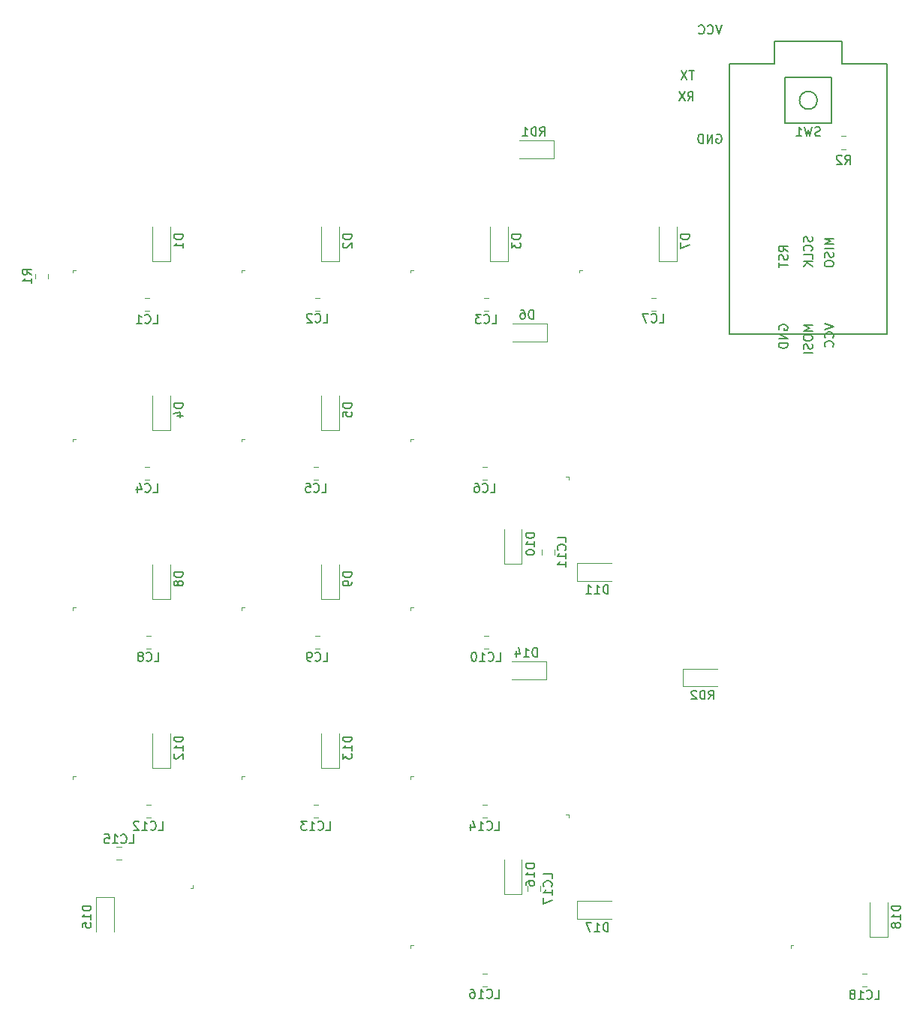
<source format=gbr>
%TF.GenerationSoftware,KiCad,Pcbnew,(5.1.10)-1*%
%TF.CreationDate,2021-11-21T17:13:44-05:00*%
%TF.ProjectId,numpad,6e756d70-6164-42e6-9b69-6361645f7063,rev?*%
%TF.SameCoordinates,Original*%
%TF.FileFunction,Legend,Bot*%
%TF.FilePolarity,Positive*%
%FSLAX46Y46*%
G04 Gerber Fmt 4.6, Leading zero omitted, Abs format (unit mm)*
G04 Created by KiCad (PCBNEW (5.1.10)-1) date 2021-11-21 17:13:44*
%MOMM*%
%LPD*%
G01*
G04 APERTURE LIST*
%ADD10C,0.150000*%
%ADD11C,0.120000*%
G04 APERTURE END LIST*
D10*
X167526230Y-90066938D02*
X167050040Y-89733604D01*
X167526230Y-89495509D02*
X166526230Y-89495509D01*
X166526230Y-89876461D01*
X166573850Y-89971700D01*
X166621469Y-90019319D01*
X166716707Y-90066938D01*
X166859564Y-90066938D01*
X166954802Y-90019319D01*
X167002421Y-89971700D01*
X167050040Y-89876461D01*
X167050040Y-89495509D01*
X167478611Y-90447890D02*
X167526230Y-90590747D01*
X167526230Y-90828842D01*
X167478611Y-90924080D01*
X167430992Y-90971700D01*
X167335754Y-91019319D01*
X167240516Y-91019319D01*
X167145278Y-90971700D01*
X167097659Y-90924080D01*
X167050040Y-90828842D01*
X167002421Y-90638366D01*
X166954802Y-90543128D01*
X166907183Y-90495509D01*
X166811945Y-90447890D01*
X166716707Y-90447890D01*
X166621469Y-90495509D01*
X166573850Y-90543128D01*
X166526230Y-90638366D01*
X166526230Y-90876461D01*
X166573850Y-91019319D01*
X166526230Y-91305033D02*
X166526230Y-91876461D01*
X167526230Y-91590747D02*
X166526230Y-91590747D01*
X170256561Y-88400271D02*
X170304180Y-88543128D01*
X170304180Y-88781223D01*
X170256561Y-88876461D01*
X170208942Y-88924080D01*
X170113704Y-88971700D01*
X170018466Y-88971700D01*
X169923228Y-88924080D01*
X169875609Y-88876461D01*
X169827990Y-88781223D01*
X169780371Y-88590747D01*
X169732752Y-88495509D01*
X169685133Y-88447890D01*
X169589895Y-88400271D01*
X169494657Y-88400271D01*
X169399419Y-88447890D01*
X169351800Y-88495509D01*
X169304180Y-88590747D01*
X169304180Y-88828842D01*
X169351800Y-88971700D01*
X170208942Y-89971700D02*
X170256561Y-89924080D01*
X170304180Y-89781223D01*
X170304180Y-89685985D01*
X170256561Y-89543128D01*
X170161323Y-89447890D01*
X170066085Y-89400271D01*
X169875609Y-89352652D01*
X169732752Y-89352652D01*
X169542276Y-89400271D01*
X169447038Y-89447890D01*
X169351800Y-89543128D01*
X169304180Y-89685985D01*
X169304180Y-89781223D01*
X169351800Y-89924080D01*
X169399419Y-89971700D01*
X170304180Y-90876461D02*
X170304180Y-90400271D01*
X169304180Y-90400271D01*
X170304180Y-91209795D02*
X169304180Y-91209795D01*
X170304180Y-91781223D02*
X169732752Y-91352652D01*
X169304180Y-91781223D02*
X169875609Y-91209795D01*
X172685280Y-88590747D02*
X171685280Y-88590747D01*
X172399566Y-88924080D01*
X171685280Y-89257414D01*
X172685280Y-89257414D01*
X172685280Y-89733604D02*
X171685280Y-89733604D01*
X172637661Y-90162176D02*
X172685280Y-90305033D01*
X172685280Y-90543128D01*
X172637661Y-90638366D01*
X172590042Y-90685985D01*
X172494804Y-90733604D01*
X172399566Y-90733604D01*
X172304328Y-90685985D01*
X172256709Y-90638366D01*
X172209090Y-90543128D01*
X172161471Y-90352652D01*
X172113852Y-90257414D01*
X172066233Y-90209795D01*
X171970995Y-90162176D01*
X171875757Y-90162176D01*
X171780519Y-90209795D01*
X171732900Y-90257414D01*
X171685280Y-90352652D01*
X171685280Y-90590747D01*
X171732900Y-90733604D01*
X171685280Y-91352652D02*
X171685280Y-91543128D01*
X171732900Y-91638366D01*
X171828138Y-91733604D01*
X172018614Y-91781223D01*
X172351947Y-91781223D01*
X172542423Y-91733604D01*
X172637661Y-91638366D01*
X172685280Y-91543128D01*
X172685280Y-91352652D01*
X172637661Y-91257414D01*
X172542423Y-91162176D01*
X172351947Y-91114557D01*
X172018614Y-91114557D01*
X171828138Y-91162176D01*
X171732900Y-91257414D01*
X171685280Y-91352652D01*
X171685280Y-98214688D02*
X172685280Y-98548021D01*
X171685280Y-98881354D01*
X172590042Y-99786116D02*
X172637661Y-99738497D01*
X172685280Y-99595640D01*
X172685280Y-99500402D01*
X172637661Y-99357545D01*
X172542423Y-99262307D01*
X172447185Y-99214688D01*
X172256709Y-99167069D01*
X172113852Y-99167069D01*
X171923376Y-99214688D01*
X171828138Y-99262307D01*
X171732900Y-99357545D01*
X171685280Y-99500402D01*
X171685280Y-99595640D01*
X171732900Y-99738497D01*
X171780519Y-99786116D01*
X172590042Y-100786116D02*
X172637661Y-100738497D01*
X172685280Y-100595640D01*
X172685280Y-100500402D01*
X172637661Y-100357545D01*
X172542423Y-100262307D01*
X172447185Y-100214688D01*
X172256709Y-100167069D01*
X172113852Y-100167069D01*
X171923376Y-100214688D01*
X171828138Y-100262307D01*
X171732900Y-100357545D01*
X171685280Y-100500402D01*
X171685280Y-100595640D01*
X171732900Y-100738497D01*
X171780519Y-100786116D01*
X170304180Y-98357545D02*
X169304180Y-98357545D01*
X170018466Y-98690878D01*
X169304180Y-99024211D01*
X170304180Y-99024211D01*
X169304180Y-99690878D02*
X169304180Y-99881354D01*
X169351800Y-99976592D01*
X169447038Y-100071830D01*
X169637514Y-100119450D01*
X169970847Y-100119450D01*
X170161323Y-100071830D01*
X170256561Y-99976592D01*
X170304180Y-99881354D01*
X170304180Y-99690878D01*
X170256561Y-99595640D01*
X170161323Y-99500402D01*
X169970847Y-99452783D01*
X169637514Y-99452783D01*
X169447038Y-99500402D01*
X169351800Y-99595640D01*
X169304180Y-99690878D01*
X170256561Y-100500402D02*
X170304180Y-100643259D01*
X170304180Y-100881354D01*
X170256561Y-100976592D01*
X170208942Y-101024211D01*
X170113704Y-101071830D01*
X170018466Y-101071830D01*
X169923228Y-101024211D01*
X169875609Y-100976592D01*
X169827990Y-100881354D01*
X169780371Y-100690878D01*
X169732752Y-100595640D01*
X169685133Y-100548021D01*
X169589895Y-100500402D01*
X169494657Y-100500402D01*
X169399419Y-100548021D01*
X169351800Y-100595640D01*
X169304180Y-100690878D01*
X169304180Y-100928973D01*
X169351800Y-101071830D01*
X170304180Y-101500402D02*
X169304180Y-101500402D01*
X166573850Y-98881354D02*
X166526230Y-98786116D01*
X166526230Y-98643259D01*
X166573850Y-98500402D01*
X166669088Y-98405164D01*
X166764326Y-98357545D01*
X166954802Y-98309926D01*
X167097659Y-98309926D01*
X167288135Y-98357545D01*
X167383373Y-98405164D01*
X167478611Y-98500402D01*
X167526230Y-98643259D01*
X167526230Y-98738497D01*
X167478611Y-98881354D01*
X167430992Y-98928973D01*
X167097659Y-98928973D01*
X167097659Y-98738497D01*
X167526230Y-99357545D02*
X166526230Y-99357545D01*
X167526230Y-99928973D01*
X166526230Y-99928973D01*
X167526230Y-100405164D02*
X166526230Y-100405164D01*
X166526230Y-100643259D01*
X166573850Y-100786116D01*
X166669088Y-100881354D01*
X166764326Y-100928973D01*
X166954802Y-100976592D01*
X167097659Y-100976592D01*
X167288135Y-100928973D01*
X167383373Y-100881354D01*
X167478611Y-100786116D01*
X167526230Y-100643259D01*
X167526230Y-100405164D01*
X160073333Y-64535780D02*
X159740000Y-65535780D01*
X159406666Y-64535780D01*
X158501904Y-65440542D02*
X158549523Y-65488161D01*
X158692380Y-65535780D01*
X158787619Y-65535780D01*
X158930476Y-65488161D01*
X159025714Y-65392923D01*
X159073333Y-65297685D01*
X159120952Y-65107209D01*
X159120952Y-64964352D01*
X159073333Y-64773876D01*
X159025714Y-64678638D01*
X158930476Y-64583400D01*
X158787619Y-64535780D01*
X158692380Y-64535780D01*
X158549523Y-64583400D01*
X158501904Y-64631019D01*
X157501904Y-65440542D02*
X157549523Y-65488161D01*
X157692380Y-65535780D01*
X157787619Y-65535780D01*
X157930476Y-65488161D01*
X158025714Y-65392923D01*
X158073333Y-65297685D01*
X158120952Y-65107209D01*
X158120952Y-64964352D01*
X158073333Y-64773876D01*
X158025714Y-64678638D01*
X157930476Y-64583400D01*
X157787619Y-64535780D01*
X157692380Y-64535780D01*
X157549523Y-64583400D01*
X157501904Y-64631019D01*
X159501904Y-76885750D02*
X159597142Y-76838130D01*
X159740000Y-76838130D01*
X159882857Y-76885750D01*
X159978095Y-76980988D01*
X160025714Y-77076226D01*
X160073333Y-77266702D01*
X160073333Y-77409559D01*
X160025714Y-77600035D01*
X159978095Y-77695273D01*
X159882857Y-77790511D01*
X159740000Y-77838130D01*
X159644761Y-77838130D01*
X159501904Y-77790511D01*
X159454285Y-77742892D01*
X159454285Y-77409559D01*
X159644761Y-77409559D01*
X159025714Y-77838130D02*
X159025714Y-76838130D01*
X158454285Y-77838130D01*
X158454285Y-76838130D01*
X157978095Y-77838130D02*
X157978095Y-76838130D01*
X157740000Y-76838130D01*
X157597142Y-76885750D01*
X157501904Y-76980988D01*
X157454285Y-77076226D01*
X157406666Y-77266702D01*
X157406666Y-77409559D01*
X157454285Y-77600035D01*
X157501904Y-77695273D01*
X157597142Y-77790511D01*
X157740000Y-77838130D01*
X157978095Y-77838130D01*
X156245576Y-73075930D02*
X156578909Y-72599740D01*
X156817004Y-73075930D02*
X156817004Y-72075930D01*
X156436052Y-72075930D01*
X156340814Y-72123550D01*
X156293195Y-72171169D01*
X156245576Y-72266407D01*
X156245576Y-72409264D01*
X156293195Y-72504502D01*
X156340814Y-72552121D01*
X156436052Y-72599740D01*
X156817004Y-72599740D01*
X155912242Y-72075930D02*
X155245576Y-73075930D01*
X155245576Y-72075930D02*
X155912242Y-73075930D01*
X156959861Y-69694830D02*
X156388433Y-69694830D01*
X156674147Y-70694830D02*
X156674147Y-69694830D01*
X156150338Y-69694830D02*
X155483671Y-70694830D01*
X155483671Y-69694830D02*
X156150338Y-70694830D01*
D11*
%TO.C,MX17*%
X142790800Y-153865200D02*
X142790800Y-153565200D01*
X142790800Y-153565200D02*
X142490800Y-153565200D01*
%TO.C,MX11*%
X142790800Y-115767600D02*
X142790800Y-115467600D01*
X142790800Y-115467600D02*
X142490800Y-115467600D01*
%TO.C,MX15*%
X100118800Y-161839600D02*
X100418800Y-161839600D01*
X100418800Y-161839600D02*
X100418800Y-161539600D01*
%TO.C,D6*%
X140353800Y-98212500D02*
X140353800Y-100212500D01*
X140353800Y-100212500D02*
X136453800Y-100212500D01*
X140353800Y-98212500D02*
X136453800Y-98212500D01*
D10*
%TO.C,U1*%
X178741800Y-99372200D02*
X160961800Y-99372200D01*
X160961800Y-99372200D02*
X160961800Y-68892200D01*
X160961800Y-68892200D02*
X166041800Y-68892200D01*
X166041800Y-68892200D02*
X166041800Y-66352200D01*
X166041800Y-66352200D02*
X173661800Y-66352200D01*
X173661800Y-66352200D02*
X173661800Y-68892200D01*
X173661800Y-68892200D02*
X178741800Y-68892200D01*
X178741800Y-68892200D02*
X178741800Y-99372200D01*
D11*
%TO.C,MX18*%
X168151800Y-168339600D02*
X167851800Y-168339600D01*
X167851800Y-168339600D02*
X167851800Y-168639600D01*
%TO.C,MX16*%
X125292000Y-168339600D02*
X124992000Y-168339600D01*
X124992000Y-168339600D02*
X124992000Y-168639600D01*
%TO.C,MX10*%
X125292000Y-130242000D02*
X124992000Y-130242000D01*
X124992000Y-130242000D02*
X124992000Y-130542000D01*
%TO.C,MX9*%
X106243200Y-130242000D02*
X105943200Y-130242000D01*
X105943200Y-130242000D02*
X105943200Y-130542000D01*
%TO.C,MX8*%
X87194400Y-130242000D02*
X86894400Y-130242000D01*
X86894400Y-130242000D02*
X86894400Y-130542000D01*
%TO.C,MX7*%
X144340800Y-92144400D02*
X144040800Y-92144400D01*
X144040800Y-92144400D02*
X144040800Y-92444400D01*
%TO.C,MX3*%
X125292000Y-92144400D02*
X124992000Y-92144400D01*
X124992000Y-92144400D02*
X124992000Y-92444400D01*
%TO.C,MX2*%
X106243200Y-92144400D02*
X105943200Y-92144400D01*
X105943200Y-92144400D02*
X105943200Y-92444400D01*
%TO.C,MX1*%
X87194400Y-92144400D02*
X86894400Y-92144400D01*
X86894400Y-92144400D02*
X86894400Y-92444400D01*
%TO.C,RD2*%
X155696300Y-139103800D02*
X155696300Y-137103800D01*
X155696300Y-137103800D02*
X159596300Y-137103800D01*
X155696300Y-139103800D02*
X159596300Y-139103800D01*
%TO.C,RD1*%
X141147500Y-77576300D02*
X141147500Y-79576300D01*
X141147500Y-79576300D02*
X137247500Y-79576300D01*
X141147500Y-77576300D02*
X137247500Y-77576300D01*
%TO.C,LC11*%
X139749900Y-123712248D02*
X139749900Y-124234752D01*
X141219900Y-123712248D02*
X141219900Y-124234752D01*
%TO.C,D11*%
X143790800Y-127198300D02*
X143790800Y-125198300D01*
X143790800Y-125198300D02*
X147690800Y-125198300D01*
X143790800Y-127198300D02*
X147690800Y-127198300D01*
%TO.C,MX4*%
X87194400Y-111193200D02*
X86894400Y-111193200D01*
X86894400Y-111193200D02*
X86894400Y-111493200D01*
%TO.C,LC16*%
X133080348Y-172967900D02*
X133602852Y-172967900D01*
X133080348Y-171497900D02*
X133602852Y-171497900D01*
%TO.C,D16*%
X137516400Y-162577400D02*
X135516400Y-162577400D01*
X135516400Y-162577400D02*
X135516400Y-158677400D01*
X137516400Y-162577400D02*
X137516400Y-158677400D01*
%TO.C,LC18*%
X175940148Y-172967900D02*
X176462652Y-172967900D01*
X175940148Y-171497900D02*
X176462652Y-171497900D01*
%TO.C,D18*%
X178788800Y-167339600D02*
X176788800Y-167339600D01*
X176788800Y-167339600D02*
X176788800Y-163439600D01*
X178788800Y-167339600D02*
X178788800Y-163439600D01*
%TO.C,LC17*%
X138162500Y-161653548D02*
X138162500Y-162176052D01*
X139632500Y-161653548D02*
X139632500Y-162176052D01*
%TO.C,LC10*%
X133236648Y-134870300D02*
X133759152Y-134870300D01*
X133236648Y-133400300D02*
X133759152Y-133400300D01*
%TO.C,LC9*%
X114187848Y-134870300D02*
X114710352Y-134870300D01*
X114187848Y-133400300D02*
X114710352Y-133400300D01*
%TO.C,LC4*%
X94982748Y-115821500D02*
X95505252Y-115821500D01*
X94982748Y-114351500D02*
X95505252Y-114351500D01*
%TO.C,LC3*%
X133236648Y-96772700D02*
X133759152Y-96772700D01*
X133236648Y-95302700D02*
X133759152Y-95302700D01*
%TO.C,LC2*%
X114187848Y-96772700D02*
X114710352Y-96772700D01*
X114187848Y-95302700D02*
X114710352Y-95302700D01*
%TO.C,D17*%
X143790800Y-165295900D02*
X143790800Y-163295900D01*
X143790800Y-163295900D02*
X147690800Y-163295900D01*
X143790800Y-165295900D02*
X147690800Y-165295900D01*
%TO.C,D10*%
X137516400Y-125273500D02*
X135516400Y-125273500D01*
X135516400Y-125273500D02*
X135516400Y-121373500D01*
X137516400Y-125273500D02*
X137516400Y-121373500D01*
%TO.C,D9*%
X116880200Y-129242000D02*
X114880200Y-129242000D01*
X114880200Y-129242000D02*
X114880200Y-125342000D01*
X116880200Y-129242000D02*
X116880200Y-125342000D01*
%TO.C,D4*%
X97831400Y-110193200D02*
X95831400Y-110193200D01*
X95831400Y-110193200D02*
X95831400Y-106293200D01*
X97831400Y-110193200D02*
X97831400Y-106293200D01*
%TO.C,D3*%
X135929000Y-91144400D02*
X133929000Y-91144400D01*
X133929000Y-91144400D02*
X133929000Y-87244400D01*
X135929000Y-91144400D02*
X135929000Y-87244400D01*
%TO.C,D2*%
X116880200Y-91144400D02*
X114880200Y-91144400D01*
X114880200Y-91144400D02*
X114880200Y-87244400D01*
X116880200Y-91144400D02*
X116880200Y-87244400D01*
%TO.C,MX14*%
X125292000Y-149290800D02*
X124992000Y-149290800D01*
X124992000Y-149290800D02*
X124992000Y-149590800D01*
%TO.C,MX13*%
X106243200Y-149290800D02*
X105943200Y-149290800D01*
X105943200Y-149290800D02*
X105943200Y-149590800D01*
%TO.C,MX12*%
X87194400Y-149290800D02*
X86894400Y-149290800D01*
X86894400Y-149290800D02*
X86894400Y-149590800D01*
%TO.C,MX6*%
X125292000Y-111193200D02*
X124992000Y-111193200D01*
X124992000Y-111193200D02*
X124992000Y-111493200D01*
%TO.C,MX5*%
X106243200Y-111193200D02*
X105943200Y-111193200D01*
X105943200Y-111193200D02*
X105943200Y-111493200D01*
%TO.C,R1*%
X84073500Y-93089964D02*
X84073500Y-92635836D01*
X82603500Y-93089964D02*
X82603500Y-92635836D01*
%TO.C,LC15*%
X92330452Y-157211300D02*
X91807948Y-157211300D01*
X92330452Y-158681300D02*
X91807948Y-158681300D01*
%TO.C,LC14*%
X133080348Y-153919100D02*
X133602852Y-153919100D01*
X133080348Y-152449100D02*
X133602852Y-152449100D01*
%TO.C,LC13*%
X114031548Y-153919100D02*
X114554052Y-153919100D01*
X114031548Y-152449100D02*
X114554052Y-152449100D01*
%TO.C,LC12*%
X95139048Y-153919100D02*
X95661552Y-153919100D01*
X95139048Y-152449100D02*
X95661552Y-152449100D01*
%TO.C,LC8*%
X95139048Y-134870300D02*
X95661552Y-134870300D01*
X95139048Y-133400300D02*
X95661552Y-133400300D01*
%TO.C,LC7*%
X152129148Y-96772700D02*
X152651652Y-96772700D01*
X152129148Y-95302700D02*
X152651652Y-95302700D01*
%TO.C,LC6*%
X133080348Y-115821500D02*
X133602852Y-115821500D01*
X133080348Y-114351500D02*
X133602852Y-114351500D01*
%TO.C,LC5*%
X114031548Y-115821500D02*
X114554052Y-115821500D01*
X114031548Y-114351500D02*
X114554052Y-114351500D01*
%TO.C,LC1*%
X94982748Y-96772700D02*
X95505252Y-96772700D01*
X94982748Y-95302700D02*
X95505252Y-95302700D01*
%TO.C,D15*%
X89481800Y-162839600D02*
X91481800Y-162839600D01*
X91481800Y-162839600D02*
X91481800Y-166739600D01*
X89481800Y-162839600D02*
X89481800Y-166739600D01*
%TO.C,D14*%
X140291200Y-136310100D02*
X140291200Y-138310100D01*
X140291200Y-138310100D02*
X136391200Y-138310100D01*
X140291200Y-136310100D02*
X136391200Y-136310100D01*
%TO.C,D13*%
X116880200Y-148290800D02*
X114880200Y-148290800D01*
X114880200Y-148290800D02*
X114880200Y-144390800D01*
X116880200Y-148290800D02*
X116880200Y-144390800D01*
%TO.C,D12*%
X97831400Y-148290800D02*
X95831400Y-148290800D01*
X95831400Y-148290800D02*
X95831400Y-144390800D01*
X97831400Y-148290800D02*
X97831400Y-144390800D01*
%TO.C,D8*%
X97831400Y-129242000D02*
X95831400Y-129242000D01*
X95831400Y-129242000D02*
X95831400Y-125342000D01*
X97831400Y-129242000D02*
X97831400Y-125342000D01*
%TO.C,D7*%
X154977800Y-91144400D02*
X152977800Y-91144400D01*
X152977800Y-91144400D02*
X152977800Y-87244400D01*
X154977800Y-91144400D02*
X154977800Y-87244400D01*
%TO.C,D5*%
X116880200Y-110193200D02*
X114880200Y-110193200D01*
X114880200Y-110193200D02*
X114880200Y-106293200D01*
X116880200Y-110193200D02*
X116880200Y-106293200D01*
%TO.C,D1*%
X97831400Y-91144400D02*
X95831400Y-91144400D01*
X95831400Y-91144400D02*
X95831400Y-87244400D01*
X97831400Y-91144400D02*
X97831400Y-87244400D01*
D10*
%TO.C,SW1*%
X172451800Y-70420400D02*
X167251800Y-70420400D01*
X167251800Y-70420400D02*
X167251800Y-75620400D01*
X167251800Y-75620400D02*
X172451800Y-75620400D01*
X172451800Y-75620400D02*
X172451800Y-70420400D01*
X170851800Y-73020400D02*
G75*
G03*
X170851800Y-73020400I-1000000J0D01*
G01*
D11*
%TO.C,R2*%
X174047364Y-77047600D02*
X173593236Y-77047600D01*
X174047364Y-78517600D02*
X173593236Y-78517600D01*
%TO.C,D6*%
D10*
X138841895Y-97664880D02*
X138841895Y-96664880D01*
X138603800Y-96664880D01*
X138460942Y-96712500D01*
X138365704Y-96807738D01*
X138318085Y-96902976D01*
X138270466Y-97093452D01*
X138270466Y-97236309D01*
X138318085Y-97426785D01*
X138365704Y-97522023D01*
X138460942Y-97617261D01*
X138603800Y-97664880D01*
X138841895Y-97664880D01*
X137413323Y-96664880D02*
X137603800Y-96664880D01*
X137699038Y-96712500D01*
X137746657Y-96760119D01*
X137841895Y-96902976D01*
X137889514Y-97093452D01*
X137889514Y-97474404D01*
X137841895Y-97569642D01*
X137794276Y-97617261D01*
X137699038Y-97664880D01*
X137508561Y-97664880D01*
X137413323Y-97617261D01*
X137365704Y-97569642D01*
X137318085Y-97474404D01*
X137318085Y-97236309D01*
X137365704Y-97141071D01*
X137413323Y-97093452D01*
X137508561Y-97045833D01*
X137699038Y-97045833D01*
X137794276Y-97093452D01*
X137841895Y-97141071D01*
X137889514Y-97236309D01*
%TO.C,RD2*%
X158612966Y-140556180D02*
X158946300Y-140079990D01*
X159184395Y-140556180D02*
X159184395Y-139556180D01*
X158803442Y-139556180D01*
X158708204Y-139603800D01*
X158660585Y-139651419D01*
X158612966Y-139746657D01*
X158612966Y-139889514D01*
X158660585Y-139984752D01*
X158708204Y-140032371D01*
X158803442Y-140079990D01*
X159184395Y-140079990D01*
X158184395Y-140556180D02*
X158184395Y-139556180D01*
X157946300Y-139556180D01*
X157803442Y-139603800D01*
X157708204Y-139699038D01*
X157660585Y-139794276D01*
X157612966Y-139984752D01*
X157612966Y-140127609D01*
X157660585Y-140318085D01*
X157708204Y-140413323D01*
X157803442Y-140508561D01*
X157946300Y-140556180D01*
X158184395Y-140556180D01*
X157232014Y-139651419D02*
X157184395Y-139603800D01*
X157089157Y-139556180D01*
X156851061Y-139556180D01*
X156755823Y-139603800D01*
X156708204Y-139651419D01*
X156660585Y-139746657D01*
X156660585Y-139841895D01*
X156708204Y-139984752D01*
X157279633Y-140556180D01*
X156660585Y-140556180D01*
%TO.C,RD1*%
X139564166Y-77028680D02*
X139897500Y-76552490D01*
X140135595Y-77028680D02*
X140135595Y-76028680D01*
X139754642Y-76028680D01*
X139659404Y-76076300D01*
X139611785Y-76123919D01*
X139564166Y-76219157D01*
X139564166Y-76362014D01*
X139611785Y-76457252D01*
X139659404Y-76504871D01*
X139754642Y-76552490D01*
X140135595Y-76552490D01*
X139135595Y-77028680D02*
X139135595Y-76028680D01*
X138897500Y-76028680D01*
X138754642Y-76076300D01*
X138659404Y-76171538D01*
X138611785Y-76266776D01*
X138564166Y-76457252D01*
X138564166Y-76600109D01*
X138611785Y-76790585D01*
X138659404Y-76885823D01*
X138754642Y-76981061D01*
X138897500Y-77028680D01*
X139135595Y-77028680D01*
X137611785Y-77028680D02*
X138183214Y-77028680D01*
X137897500Y-77028680D02*
X137897500Y-76028680D01*
X137992738Y-76171538D01*
X138087976Y-76266776D01*
X138183214Y-76314395D01*
%TO.C,LC11*%
X142524680Y-122830642D02*
X142524680Y-122354452D01*
X141524680Y-122354452D01*
X142429442Y-123735404D02*
X142477061Y-123687785D01*
X142524680Y-123544928D01*
X142524680Y-123449690D01*
X142477061Y-123306833D01*
X142381823Y-123211595D01*
X142286585Y-123163976D01*
X142096109Y-123116357D01*
X141953252Y-123116357D01*
X141762776Y-123163976D01*
X141667538Y-123211595D01*
X141572300Y-123306833D01*
X141524680Y-123449690D01*
X141524680Y-123544928D01*
X141572300Y-123687785D01*
X141619919Y-123735404D01*
X142524680Y-124687785D02*
X142524680Y-124116357D01*
X142524680Y-124402071D02*
X141524680Y-124402071D01*
X141667538Y-124306833D01*
X141762776Y-124211595D01*
X141810395Y-124116357D01*
X142524680Y-125640166D02*
X142524680Y-125068738D01*
X142524680Y-125354452D02*
X141524680Y-125354452D01*
X141667538Y-125259214D01*
X141762776Y-125163976D01*
X141810395Y-125068738D01*
%TO.C,D11*%
X147255085Y-128650680D02*
X147255085Y-127650680D01*
X147016990Y-127650680D01*
X146874133Y-127698300D01*
X146778895Y-127793538D01*
X146731276Y-127888776D01*
X146683657Y-128079252D01*
X146683657Y-128222109D01*
X146731276Y-128412585D01*
X146778895Y-128507823D01*
X146874133Y-128603061D01*
X147016990Y-128650680D01*
X147255085Y-128650680D01*
X145731276Y-128650680D02*
X146302704Y-128650680D01*
X146016990Y-128650680D02*
X146016990Y-127650680D01*
X146112228Y-127793538D01*
X146207466Y-127888776D01*
X146302704Y-127936395D01*
X144778895Y-128650680D02*
X145350323Y-128650680D01*
X145064609Y-128650680D02*
X145064609Y-127650680D01*
X145159847Y-127793538D01*
X145255085Y-127888776D01*
X145350323Y-127936395D01*
%TO.C,LC16*%
X134484457Y-174272680D02*
X134960647Y-174272680D01*
X134960647Y-173272680D01*
X133579695Y-174177442D02*
X133627314Y-174225061D01*
X133770171Y-174272680D01*
X133865409Y-174272680D01*
X134008266Y-174225061D01*
X134103504Y-174129823D01*
X134151123Y-174034585D01*
X134198742Y-173844109D01*
X134198742Y-173701252D01*
X134151123Y-173510776D01*
X134103504Y-173415538D01*
X134008266Y-173320300D01*
X133865409Y-173272680D01*
X133770171Y-173272680D01*
X133627314Y-173320300D01*
X133579695Y-173367919D01*
X132627314Y-174272680D02*
X133198742Y-174272680D01*
X132913028Y-174272680D02*
X132913028Y-173272680D01*
X133008266Y-173415538D01*
X133103504Y-173510776D01*
X133198742Y-173558395D01*
X131770171Y-173272680D02*
X131960647Y-173272680D01*
X132055885Y-173320300D01*
X132103504Y-173367919D01*
X132198742Y-173510776D01*
X132246361Y-173701252D01*
X132246361Y-174082204D01*
X132198742Y-174177442D01*
X132151123Y-174225061D01*
X132055885Y-174272680D01*
X131865409Y-174272680D01*
X131770171Y-174225061D01*
X131722552Y-174177442D01*
X131674933Y-174082204D01*
X131674933Y-173844109D01*
X131722552Y-173748871D01*
X131770171Y-173701252D01*
X131865409Y-173653633D01*
X132055885Y-173653633D01*
X132151123Y-173701252D01*
X132198742Y-173748871D01*
X132246361Y-173844109D01*
%TO.C,D16*%
X138968780Y-159113114D02*
X137968780Y-159113114D01*
X137968780Y-159351209D01*
X138016400Y-159494066D01*
X138111638Y-159589304D01*
X138206876Y-159636923D01*
X138397352Y-159684542D01*
X138540209Y-159684542D01*
X138730685Y-159636923D01*
X138825923Y-159589304D01*
X138921161Y-159494066D01*
X138968780Y-159351209D01*
X138968780Y-159113114D01*
X138968780Y-160636923D02*
X138968780Y-160065495D01*
X138968780Y-160351209D02*
X137968780Y-160351209D01*
X138111638Y-160255971D01*
X138206876Y-160160733D01*
X138254495Y-160065495D01*
X137968780Y-161494066D02*
X137968780Y-161303590D01*
X138016400Y-161208352D01*
X138064019Y-161160733D01*
X138206876Y-161065495D01*
X138397352Y-161017876D01*
X138778304Y-161017876D01*
X138873542Y-161065495D01*
X138921161Y-161113114D01*
X138968780Y-161208352D01*
X138968780Y-161398828D01*
X138921161Y-161494066D01*
X138873542Y-161541685D01*
X138778304Y-161589304D01*
X138540209Y-161589304D01*
X138444971Y-161541685D01*
X138397352Y-161494066D01*
X138349733Y-161398828D01*
X138349733Y-161208352D01*
X138397352Y-161113114D01*
X138444971Y-161065495D01*
X138540209Y-161017876D01*
%TO.C,LC18*%
X177344257Y-174365280D02*
X177820447Y-174365280D01*
X177820447Y-173365280D01*
X176439495Y-174270042D02*
X176487114Y-174317661D01*
X176629971Y-174365280D01*
X176725209Y-174365280D01*
X176868066Y-174317661D01*
X176963304Y-174222423D01*
X177010923Y-174127185D01*
X177058542Y-173936709D01*
X177058542Y-173793852D01*
X177010923Y-173603376D01*
X176963304Y-173508138D01*
X176868066Y-173412900D01*
X176725209Y-173365280D01*
X176629971Y-173365280D01*
X176487114Y-173412900D01*
X176439495Y-173460519D01*
X175487114Y-174365280D02*
X176058542Y-174365280D01*
X175772828Y-174365280D02*
X175772828Y-173365280D01*
X175868066Y-173508138D01*
X175963304Y-173603376D01*
X176058542Y-173650995D01*
X174915685Y-173793852D02*
X175010923Y-173746233D01*
X175058542Y-173698614D01*
X175106161Y-173603376D01*
X175106161Y-173555757D01*
X175058542Y-173460519D01*
X175010923Y-173412900D01*
X174915685Y-173365280D01*
X174725209Y-173365280D01*
X174629971Y-173412900D01*
X174582352Y-173460519D01*
X174534733Y-173555757D01*
X174534733Y-173603376D01*
X174582352Y-173698614D01*
X174629971Y-173746233D01*
X174725209Y-173793852D01*
X174915685Y-173793852D01*
X175010923Y-173841471D01*
X175058542Y-173889090D01*
X175106161Y-173984328D01*
X175106161Y-174174804D01*
X175058542Y-174270042D01*
X175010923Y-174317661D01*
X174915685Y-174365280D01*
X174725209Y-174365280D01*
X174629971Y-174317661D01*
X174582352Y-174270042D01*
X174534733Y-174174804D01*
X174534733Y-173984328D01*
X174582352Y-173889090D01*
X174629971Y-173841471D01*
X174725209Y-173793852D01*
%TO.C,D18*%
X180241180Y-163875314D02*
X179241180Y-163875314D01*
X179241180Y-164113409D01*
X179288800Y-164256266D01*
X179384038Y-164351504D01*
X179479276Y-164399123D01*
X179669752Y-164446742D01*
X179812609Y-164446742D01*
X180003085Y-164399123D01*
X180098323Y-164351504D01*
X180193561Y-164256266D01*
X180241180Y-164113409D01*
X180241180Y-163875314D01*
X180241180Y-165399123D02*
X180241180Y-164827695D01*
X180241180Y-165113409D02*
X179241180Y-165113409D01*
X179384038Y-165018171D01*
X179479276Y-164922933D01*
X179526895Y-164827695D01*
X179669752Y-165970552D02*
X179622133Y-165875314D01*
X179574514Y-165827695D01*
X179479276Y-165780076D01*
X179431657Y-165780076D01*
X179336419Y-165827695D01*
X179288800Y-165875314D01*
X179241180Y-165970552D01*
X179241180Y-166161028D01*
X179288800Y-166256266D01*
X179336419Y-166303885D01*
X179431657Y-166351504D01*
X179479276Y-166351504D01*
X179574514Y-166303885D01*
X179622133Y-166256266D01*
X179669752Y-166161028D01*
X179669752Y-165970552D01*
X179717371Y-165875314D01*
X179764990Y-165827695D01*
X179860228Y-165780076D01*
X180050704Y-165780076D01*
X180145942Y-165827695D01*
X180193561Y-165875314D01*
X180241180Y-165970552D01*
X180241180Y-166161028D01*
X180193561Y-166256266D01*
X180145942Y-166303885D01*
X180050704Y-166351504D01*
X179860228Y-166351504D01*
X179764990Y-166303885D01*
X179717371Y-166256266D01*
X179669752Y-166161028D01*
%TO.C,LC17*%
X140937280Y-160771942D02*
X140937280Y-160295752D01*
X139937280Y-160295752D01*
X140842042Y-161676704D02*
X140889661Y-161629085D01*
X140937280Y-161486228D01*
X140937280Y-161390990D01*
X140889661Y-161248133D01*
X140794423Y-161152895D01*
X140699185Y-161105276D01*
X140508709Y-161057657D01*
X140365852Y-161057657D01*
X140175376Y-161105276D01*
X140080138Y-161152895D01*
X139984900Y-161248133D01*
X139937280Y-161390990D01*
X139937280Y-161486228D01*
X139984900Y-161629085D01*
X140032519Y-161676704D01*
X140937280Y-162629085D02*
X140937280Y-162057657D01*
X140937280Y-162343371D02*
X139937280Y-162343371D01*
X140080138Y-162248133D01*
X140175376Y-162152895D01*
X140222995Y-162057657D01*
X139937280Y-162962419D02*
X139937280Y-163629085D01*
X140937280Y-163200514D01*
%TO.C,LC10*%
X134640757Y-136267680D02*
X135116947Y-136267680D01*
X135116947Y-135267680D01*
X133735995Y-136172442D02*
X133783614Y-136220061D01*
X133926471Y-136267680D01*
X134021709Y-136267680D01*
X134164566Y-136220061D01*
X134259804Y-136124823D01*
X134307423Y-136029585D01*
X134355042Y-135839109D01*
X134355042Y-135696252D01*
X134307423Y-135505776D01*
X134259804Y-135410538D01*
X134164566Y-135315300D01*
X134021709Y-135267680D01*
X133926471Y-135267680D01*
X133783614Y-135315300D01*
X133735995Y-135362919D01*
X132783614Y-136267680D02*
X133355042Y-136267680D01*
X133069328Y-136267680D02*
X133069328Y-135267680D01*
X133164566Y-135410538D01*
X133259804Y-135505776D01*
X133355042Y-135553395D01*
X132164566Y-135267680D02*
X132069328Y-135267680D01*
X131974090Y-135315300D01*
X131926471Y-135362919D01*
X131878852Y-135458157D01*
X131831233Y-135648633D01*
X131831233Y-135886728D01*
X131878852Y-136077204D01*
X131926471Y-136172442D01*
X131974090Y-136220061D01*
X132069328Y-136267680D01*
X132164566Y-136267680D01*
X132259804Y-136220061D01*
X132307423Y-136172442D01*
X132355042Y-136077204D01*
X132402661Y-135886728D01*
X132402661Y-135648633D01*
X132355042Y-135458157D01*
X132307423Y-135362919D01*
X132259804Y-135315300D01*
X132164566Y-135267680D01*
%TO.C,LC9*%
X115115766Y-136267680D02*
X115591957Y-136267680D01*
X115591957Y-135267680D01*
X114211004Y-136172442D02*
X114258623Y-136220061D01*
X114401480Y-136267680D01*
X114496719Y-136267680D01*
X114639576Y-136220061D01*
X114734814Y-136124823D01*
X114782433Y-136029585D01*
X114830052Y-135839109D01*
X114830052Y-135696252D01*
X114782433Y-135505776D01*
X114734814Y-135410538D01*
X114639576Y-135315300D01*
X114496719Y-135267680D01*
X114401480Y-135267680D01*
X114258623Y-135315300D01*
X114211004Y-135362919D01*
X113734814Y-136267680D02*
X113544338Y-136267680D01*
X113449100Y-136220061D01*
X113401480Y-136172442D01*
X113306242Y-136029585D01*
X113258623Y-135839109D01*
X113258623Y-135458157D01*
X113306242Y-135362919D01*
X113353861Y-135315300D01*
X113449100Y-135267680D01*
X113639576Y-135267680D01*
X113734814Y-135315300D01*
X113782433Y-135362919D01*
X113830052Y-135458157D01*
X113830052Y-135696252D01*
X113782433Y-135791490D01*
X113734814Y-135839109D01*
X113639576Y-135886728D01*
X113449100Y-135886728D01*
X113353861Y-135839109D01*
X113306242Y-135791490D01*
X113258623Y-135696252D01*
%TO.C,LC4*%
X95910666Y-117218880D02*
X96386857Y-117218880D01*
X96386857Y-116218880D01*
X95005904Y-117123642D02*
X95053523Y-117171261D01*
X95196380Y-117218880D01*
X95291619Y-117218880D01*
X95434476Y-117171261D01*
X95529714Y-117076023D01*
X95577333Y-116980785D01*
X95624952Y-116790309D01*
X95624952Y-116647452D01*
X95577333Y-116456976D01*
X95529714Y-116361738D01*
X95434476Y-116266500D01*
X95291619Y-116218880D01*
X95196380Y-116218880D01*
X95053523Y-116266500D01*
X95005904Y-116314119D01*
X94148761Y-116552214D02*
X94148761Y-117218880D01*
X94386857Y-116171261D02*
X94624952Y-116885547D01*
X94005904Y-116885547D01*
%TO.C,LC3*%
X134164566Y-98170080D02*
X134640757Y-98170080D01*
X134640757Y-97170080D01*
X133259804Y-98074842D02*
X133307423Y-98122461D01*
X133450280Y-98170080D01*
X133545519Y-98170080D01*
X133688376Y-98122461D01*
X133783614Y-98027223D01*
X133831233Y-97931985D01*
X133878852Y-97741509D01*
X133878852Y-97598652D01*
X133831233Y-97408176D01*
X133783614Y-97312938D01*
X133688376Y-97217700D01*
X133545519Y-97170080D01*
X133450280Y-97170080D01*
X133307423Y-97217700D01*
X133259804Y-97265319D01*
X132926471Y-97170080D02*
X132307423Y-97170080D01*
X132640757Y-97551033D01*
X132497900Y-97551033D01*
X132402661Y-97598652D01*
X132355042Y-97646271D01*
X132307423Y-97741509D01*
X132307423Y-97979604D01*
X132355042Y-98074842D01*
X132402661Y-98122461D01*
X132497900Y-98170080D01*
X132783614Y-98170080D01*
X132878852Y-98122461D01*
X132926471Y-98074842D01*
%TO.C,LC2*%
X115115766Y-98077480D02*
X115591957Y-98077480D01*
X115591957Y-97077480D01*
X114211004Y-97982242D02*
X114258623Y-98029861D01*
X114401480Y-98077480D01*
X114496719Y-98077480D01*
X114639576Y-98029861D01*
X114734814Y-97934623D01*
X114782433Y-97839385D01*
X114830052Y-97648909D01*
X114830052Y-97506052D01*
X114782433Y-97315576D01*
X114734814Y-97220338D01*
X114639576Y-97125100D01*
X114496719Y-97077480D01*
X114401480Y-97077480D01*
X114258623Y-97125100D01*
X114211004Y-97172719D01*
X113830052Y-97172719D02*
X113782433Y-97125100D01*
X113687195Y-97077480D01*
X113449100Y-97077480D01*
X113353861Y-97125100D01*
X113306242Y-97172719D01*
X113258623Y-97267957D01*
X113258623Y-97363195D01*
X113306242Y-97506052D01*
X113877671Y-98077480D01*
X113258623Y-98077480D01*
%TO.C,D17*%
X147255085Y-166748280D02*
X147255085Y-165748280D01*
X147016990Y-165748280D01*
X146874133Y-165795900D01*
X146778895Y-165891138D01*
X146731276Y-165986376D01*
X146683657Y-166176852D01*
X146683657Y-166319709D01*
X146731276Y-166510185D01*
X146778895Y-166605423D01*
X146874133Y-166700661D01*
X147016990Y-166748280D01*
X147255085Y-166748280D01*
X145731276Y-166748280D02*
X146302704Y-166748280D01*
X146016990Y-166748280D02*
X146016990Y-165748280D01*
X146112228Y-165891138D01*
X146207466Y-165986376D01*
X146302704Y-166033995D01*
X145397942Y-165748280D02*
X144731276Y-165748280D01*
X145159847Y-166748280D01*
%TO.C,D10*%
X138968780Y-121809214D02*
X137968780Y-121809214D01*
X137968780Y-122047309D01*
X138016400Y-122190166D01*
X138111638Y-122285404D01*
X138206876Y-122333023D01*
X138397352Y-122380642D01*
X138540209Y-122380642D01*
X138730685Y-122333023D01*
X138825923Y-122285404D01*
X138921161Y-122190166D01*
X138968780Y-122047309D01*
X138968780Y-121809214D01*
X138968780Y-123333023D02*
X138968780Y-122761595D01*
X138968780Y-123047309D02*
X137968780Y-123047309D01*
X138111638Y-122952071D01*
X138206876Y-122856833D01*
X138254495Y-122761595D01*
X137968780Y-123952071D02*
X137968780Y-124047309D01*
X138016400Y-124142547D01*
X138064019Y-124190166D01*
X138159257Y-124237785D01*
X138349733Y-124285404D01*
X138587828Y-124285404D01*
X138778304Y-124237785D01*
X138873542Y-124190166D01*
X138921161Y-124142547D01*
X138968780Y-124047309D01*
X138968780Y-123952071D01*
X138921161Y-123856833D01*
X138873542Y-123809214D01*
X138778304Y-123761595D01*
X138587828Y-123713976D01*
X138349733Y-123713976D01*
X138159257Y-123761595D01*
X138064019Y-123809214D01*
X138016400Y-123856833D01*
X137968780Y-123952071D01*
%TO.C,D9*%
X118332580Y-126253904D02*
X117332580Y-126253904D01*
X117332580Y-126492000D01*
X117380200Y-126634857D01*
X117475438Y-126730095D01*
X117570676Y-126777714D01*
X117761152Y-126825333D01*
X117904009Y-126825333D01*
X118094485Y-126777714D01*
X118189723Y-126730095D01*
X118284961Y-126634857D01*
X118332580Y-126492000D01*
X118332580Y-126253904D01*
X118332580Y-127301523D02*
X118332580Y-127492000D01*
X118284961Y-127587238D01*
X118237342Y-127634857D01*
X118094485Y-127730095D01*
X117904009Y-127777714D01*
X117523057Y-127777714D01*
X117427819Y-127730095D01*
X117380200Y-127682476D01*
X117332580Y-127587238D01*
X117332580Y-127396761D01*
X117380200Y-127301523D01*
X117427819Y-127253904D01*
X117523057Y-127206285D01*
X117761152Y-127206285D01*
X117856390Y-127253904D01*
X117904009Y-127301523D01*
X117951628Y-127396761D01*
X117951628Y-127587238D01*
X117904009Y-127682476D01*
X117856390Y-127730095D01*
X117761152Y-127777714D01*
%TO.C,D4*%
X99283780Y-107205104D02*
X98283780Y-107205104D01*
X98283780Y-107443200D01*
X98331400Y-107586057D01*
X98426638Y-107681295D01*
X98521876Y-107728914D01*
X98712352Y-107776533D01*
X98855209Y-107776533D01*
X99045685Y-107728914D01*
X99140923Y-107681295D01*
X99236161Y-107586057D01*
X99283780Y-107443200D01*
X99283780Y-107205104D01*
X98617114Y-108633676D02*
X99283780Y-108633676D01*
X98236161Y-108395580D02*
X98950447Y-108157485D01*
X98950447Y-108776533D01*
%TO.C,D3*%
X137381380Y-88156304D02*
X136381380Y-88156304D01*
X136381380Y-88394400D01*
X136429000Y-88537257D01*
X136524238Y-88632495D01*
X136619476Y-88680114D01*
X136809952Y-88727733D01*
X136952809Y-88727733D01*
X137143285Y-88680114D01*
X137238523Y-88632495D01*
X137333761Y-88537257D01*
X137381380Y-88394400D01*
X137381380Y-88156304D01*
X136381380Y-89061066D02*
X136381380Y-89680114D01*
X136762333Y-89346780D01*
X136762333Y-89489638D01*
X136809952Y-89584876D01*
X136857571Y-89632495D01*
X136952809Y-89680114D01*
X137190904Y-89680114D01*
X137286142Y-89632495D01*
X137333761Y-89584876D01*
X137381380Y-89489638D01*
X137381380Y-89203923D01*
X137333761Y-89108685D01*
X137286142Y-89061066D01*
%TO.C,D2*%
X118332580Y-88156304D02*
X117332580Y-88156304D01*
X117332580Y-88394400D01*
X117380200Y-88537257D01*
X117475438Y-88632495D01*
X117570676Y-88680114D01*
X117761152Y-88727733D01*
X117904009Y-88727733D01*
X118094485Y-88680114D01*
X118189723Y-88632495D01*
X118284961Y-88537257D01*
X118332580Y-88394400D01*
X118332580Y-88156304D01*
X117427819Y-89108685D02*
X117380200Y-89156304D01*
X117332580Y-89251542D01*
X117332580Y-89489638D01*
X117380200Y-89584876D01*
X117427819Y-89632495D01*
X117523057Y-89680114D01*
X117618295Y-89680114D01*
X117761152Y-89632495D01*
X118332580Y-89061066D01*
X118332580Y-89680114D01*
%TO.C,R1*%
X82203480Y-92696233D02*
X81727290Y-92362900D01*
X82203480Y-92124804D02*
X81203480Y-92124804D01*
X81203480Y-92505757D01*
X81251100Y-92600995D01*
X81298719Y-92648614D01*
X81393957Y-92696233D01*
X81536814Y-92696233D01*
X81632052Y-92648614D01*
X81679671Y-92600995D01*
X81727290Y-92505757D01*
X81727290Y-92124804D01*
X82203480Y-93648614D02*
X82203480Y-93077185D01*
X82203480Y-93362900D02*
X81203480Y-93362900D01*
X81346338Y-93267661D01*
X81441576Y-93172423D01*
X81489195Y-93077185D01*
%TO.C,LC15*%
X93212057Y-156811280D02*
X93688247Y-156811280D01*
X93688247Y-155811280D01*
X92307295Y-156716042D02*
X92354914Y-156763661D01*
X92497771Y-156811280D01*
X92593009Y-156811280D01*
X92735866Y-156763661D01*
X92831104Y-156668423D01*
X92878723Y-156573185D01*
X92926342Y-156382709D01*
X92926342Y-156239852D01*
X92878723Y-156049376D01*
X92831104Y-155954138D01*
X92735866Y-155858900D01*
X92593009Y-155811280D01*
X92497771Y-155811280D01*
X92354914Y-155858900D01*
X92307295Y-155906519D01*
X91354914Y-156811280D02*
X91926342Y-156811280D01*
X91640628Y-156811280D02*
X91640628Y-155811280D01*
X91735866Y-155954138D01*
X91831104Y-156049376D01*
X91926342Y-156096995D01*
X90450152Y-155811280D02*
X90926342Y-155811280D01*
X90973961Y-156287471D01*
X90926342Y-156239852D01*
X90831104Y-156192233D01*
X90593009Y-156192233D01*
X90497771Y-156239852D01*
X90450152Y-156287471D01*
X90402533Y-156382709D01*
X90402533Y-156620804D01*
X90450152Y-156716042D01*
X90497771Y-156763661D01*
X90593009Y-156811280D01*
X90831104Y-156811280D01*
X90926342Y-156763661D01*
X90973961Y-156716042D01*
%TO.C,LC14*%
X134484457Y-155316480D02*
X134960647Y-155316480D01*
X134960647Y-154316480D01*
X133579695Y-155221242D02*
X133627314Y-155268861D01*
X133770171Y-155316480D01*
X133865409Y-155316480D01*
X134008266Y-155268861D01*
X134103504Y-155173623D01*
X134151123Y-155078385D01*
X134198742Y-154887909D01*
X134198742Y-154745052D01*
X134151123Y-154554576D01*
X134103504Y-154459338D01*
X134008266Y-154364100D01*
X133865409Y-154316480D01*
X133770171Y-154316480D01*
X133627314Y-154364100D01*
X133579695Y-154411719D01*
X132627314Y-155316480D02*
X133198742Y-155316480D01*
X132913028Y-155316480D02*
X132913028Y-154316480D01*
X133008266Y-154459338D01*
X133103504Y-154554576D01*
X133198742Y-154602195D01*
X131770171Y-154649814D02*
X131770171Y-155316480D01*
X132008266Y-154268861D02*
X132246361Y-154983147D01*
X131627314Y-154983147D01*
%TO.C,LC13*%
X115435657Y-155316480D02*
X115911847Y-155316480D01*
X115911847Y-154316480D01*
X114530895Y-155221242D02*
X114578514Y-155268861D01*
X114721371Y-155316480D01*
X114816609Y-155316480D01*
X114959466Y-155268861D01*
X115054704Y-155173623D01*
X115102323Y-155078385D01*
X115149942Y-154887909D01*
X115149942Y-154745052D01*
X115102323Y-154554576D01*
X115054704Y-154459338D01*
X114959466Y-154364100D01*
X114816609Y-154316480D01*
X114721371Y-154316480D01*
X114578514Y-154364100D01*
X114530895Y-154411719D01*
X113578514Y-155316480D02*
X114149942Y-155316480D01*
X113864228Y-155316480D02*
X113864228Y-154316480D01*
X113959466Y-154459338D01*
X114054704Y-154554576D01*
X114149942Y-154602195D01*
X113245180Y-154316480D02*
X112626133Y-154316480D01*
X112959466Y-154697433D01*
X112816609Y-154697433D01*
X112721371Y-154745052D01*
X112673752Y-154792671D01*
X112626133Y-154887909D01*
X112626133Y-155126004D01*
X112673752Y-155221242D01*
X112721371Y-155268861D01*
X112816609Y-155316480D01*
X113102323Y-155316480D01*
X113197561Y-155268861D01*
X113245180Y-155221242D01*
%TO.C,LC12*%
X96543157Y-155316480D02*
X97019347Y-155316480D01*
X97019347Y-154316480D01*
X95638395Y-155221242D02*
X95686014Y-155268861D01*
X95828871Y-155316480D01*
X95924109Y-155316480D01*
X96066966Y-155268861D01*
X96162204Y-155173623D01*
X96209823Y-155078385D01*
X96257442Y-154887909D01*
X96257442Y-154745052D01*
X96209823Y-154554576D01*
X96162204Y-154459338D01*
X96066966Y-154364100D01*
X95924109Y-154316480D01*
X95828871Y-154316480D01*
X95686014Y-154364100D01*
X95638395Y-154411719D01*
X94686014Y-155316480D02*
X95257442Y-155316480D01*
X94971728Y-155316480D02*
X94971728Y-154316480D01*
X95066966Y-154459338D01*
X95162204Y-154554576D01*
X95257442Y-154602195D01*
X94305061Y-154411719D02*
X94257442Y-154364100D01*
X94162204Y-154316480D01*
X93924109Y-154316480D01*
X93828871Y-154364100D01*
X93781252Y-154411719D01*
X93733633Y-154506957D01*
X93733633Y-154602195D01*
X93781252Y-154745052D01*
X94352680Y-155316480D01*
X93733633Y-155316480D01*
%TO.C,LC8*%
X96066966Y-136267680D02*
X96543157Y-136267680D01*
X96543157Y-135267680D01*
X95162204Y-136172442D02*
X95209823Y-136220061D01*
X95352680Y-136267680D01*
X95447919Y-136267680D01*
X95590776Y-136220061D01*
X95686014Y-136124823D01*
X95733633Y-136029585D01*
X95781252Y-135839109D01*
X95781252Y-135696252D01*
X95733633Y-135505776D01*
X95686014Y-135410538D01*
X95590776Y-135315300D01*
X95447919Y-135267680D01*
X95352680Y-135267680D01*
X95209823Y-135315300D01*
X95162204Y-135362919D01*
X94590776Y-135696252D02*
X94686014Y-135648633D01*
X94733633Y-135601014D01*
X94781252Y-135505776D01*
X94781252Y-135458157D01*
X94733633Y-135362919D01*
X94686014Y-135315300D01*
X94590776Y-135267680D01*
X94400300Y-135267680D01*
X94305061Y-135315300D01*
X94257442Y-135362919D01*
X94209823Y-135458157D01*
X94209823Y-135505776D01*
X94257442Y-135601014D01*
X94305061Y-135648633D01*
X94400300Y-135696252D01*
X94590776Y-135696252D01*
X94686014Y-135743871D01*
X94733633Y-135791490D01*
X94781252Y-135886728D01*
X94781252Y-136077204D01*
X94733633Y-136172442D01*
X94686014Y-136220061D01*
X94590776Y-136267680D01*
X94400300Y-136267680D01*
X94305061Y-136220061D01*
X94257442Y-136172442D01*
X94209823Y-136077204D01*
X94209823Y-135886728D01*
X94257442Y-135791490D01*
X94305061Y-135743871D01*
X94400300Y-135696252D01*
%TO.C,LC7*%
X153057066Y-98077480D02*
X153533257Y-98077480D01*
X153533257Y-97077480D01*
X152152304Y-97982242D02*
X152199923Y-98029861D01*
X152342780Y-98077480D01*
X152438019Y-98077480D01*
X152580876Y-98029861D01*
X152676114Y-97934623D01*
X152723733Y-97839385D01*
X152771352Y-97648909D01*
X152771352Y-97506052D01*
X152723733Y-97315576D01*
X152676114Y-97220338D01*
X152580876Y-97125100D01*
X152438019Y-97077480D01*
X152342780Y-97077480D01*
X152199923Y-97125100D01*
X152152304Y-97172719D01*
X151818971Y-97077480D02*
X151152304Y-97077480D01*
X151580876Y-98077480D01*
%TO.C,LC6*%
X134008266Y-117218880D02*
X134484457Y-117218880D01*
X134484457Y-116218880D01*
X133103504Y-117123642D02*
X133151123Y-117171261D01*
X133293980Y-117218880D01*
X133389219Y-117218880D01*
X133532076Y-117171261D01*
X133627314Y-117076023D01*
X133674933Y-116980785D01*
X133722552Y-116790309D01*
X133722552Y-116647452D01*
X133674933Y-116456976D01*
X133627314Y-116361738D01*
X133532076Y-116266500D01*
X133389219Y-116218880D01*
X133293980Y-116218880D01*
X133151123Y-116266500D01*
X133103504Y-116314119D01*
X132246361Y-116218880D02*
X132436838Y-116218880D01*
X132532076Y-116266500D01*
X132579695Y-116314119D01*
X132674933Y-116456976D01*
X132722552Y-116647452D01*
X132722552Y-117028404D01*
X132674933Y-117123642D01*
X132627314Y-117171261D01*
X132532076Y-117218880D01*
X132341600Y-117218880D01*
X132246361Y-117171261D01*
X132198742Y-117123642D01*
X132151123Y-117028404D01*
X132151123Y-116790309D01*
X132198742Y-116695071D01*
X132246361Y-116647452D01*
X132341600Y-116599833D01*
X132532076Y-116599833D01*
X132627314Y-116647452D01*
X132674933Y-116695071D01*
X132722552Y-116790309D01*
%TO.C,LC5*%
X114959466Y-117218880D02*
X115435657Y-117218880D01*
X115435657Y-116218880D01*
X114054704Y-117123642D02*
X114102323Y-117171261D01*
X114245180Y-117218880D01*
X114340419Y-117218880D01*
X114483276Y-117171261D01*
X114578514Y-117076023D01*
X114626133Y-116980785D01*
X114673752Y-116790309D01*
X114673752Y-116647452D01*
X114626133Y-116456976D01*
X114578514Y-116361738D01*
X114483276Y-116266500D01*
X114340419Y-116218880D01*
X114245180Y-116218880D01*
X114102323Y-116266500D01*
X114054704Y-116314119D01*
X113149942Y-116218880D02*
X113626133Y-116218880D01*
X113673752Y-116695071D01*
X113626133Y-116647452D01*
X113530895Y-116599833D01*
X113292800Y-116599833D01*
X113197561Y-116647452D01*
X113149942Y-116695071D01*
X113102323Y-116790309D01*
X113102323Y-117028404D01*
X113149942Y-117123642D01*
X113197561Y-117171261D01*
X113292800Y-117218880D01*
X113530895Y-117218880D01*
X113626133Y-117171261D01*
X113673752Y-117123642D01*
%TO.C,LC1*%
X95910666Y-98170080D02*
X96386857Y-98170080D01*
X96386857Y-97170080D01*
X95005904Y-98074842D02*
X95053523Y-98122461D01*
X95196380Y-98170080D01*
X95291619Y-98170080D01*
X95434476Y-98122461D01*
X95529714Y-98027223D01*
X95577333Y-97931985D01*
X95624952Y-97741509D01*
X95624952Y-97598652D01*
X95577333Y-97408176D01*
X95529714Y-97312938D01*
X95434476Y-97217700D01*
X95291619Y-97170080D01*
X95196380Y-97170080D01*
X95053523Y-97217700D01*
X95005904Y-97265319D01*
X94053523Y-98170080D02*
X94624952Y-98170080D01*
X94339238Y-98170080D02*
X94339238Y-97170080D01*
X94434476Y-97312938D01*
X94529714Y-97408176D01*
X94624952Y-97455795D01*
%TO.C,D15*%
X88934180Y-163875314D02*
X87934180Y-163875314D01*
X87934180Y-164113409D01*
X87981800Y-164256266D01*
X88077038Y-164351504D01*
X88172276Y-164399123D01*
X88362752Y-164446742D01*
X88505609Y-164446742D01*
X88696085Y-164399123D01*
X88791323Y-164351504D01*
X88886561Y-164256266D01*
X88934180Y-164113409D01*
X88934180Y-163875314D01*
X88934180Y-165399123D02*
X88934180Y-164827695D01*
X88934180Y-165113409D02*
X87934180Y-165113409D01*
X88077038Y-165018171D01*
X88172276Y-164922933D01*
X88219895Y-164827695D01*
X87934180Y-166303885D02*
X87934180Y-165827695D01*
X88410371Y-165780076D01*
X88362752Y-165827695D01*
X88315133Y-165922933D01*
X88315133Y-166161028D01*
X88362752Y-166256266D01*
X88410371Y-166303885D01*
X88505609Y-166351504D01*
X88743704Y-166351504D01*
X88838942Y-166303885D01*
X88886561Y-166256266D01*
X88934180Y-166161028D01*
X88934180Y-165922933D01*
X88886561Y-165827695D01*
X88838942Y-165780076D01*
%TO.C,D14*%
X139255485Y-135762480D02*
X139255485Y-134762480D01*
X139017390Y-134762480D01*
X138874533Y-134810100D01*
X138779295Y-134905338D01*
X138731676Y-135000576D01*
X138684057Y-135191052D01*
X138684057Y-135333909D01*
X138731676Y-135524385D01*
X138779295Y-135619623D01*
X138874533Y-135714861D01*
X139017390Y-135762480D01*
X139255485Y-135762480D01*
X137731676Y-135762480D02*
X138303104Y-135762480D01*
X138017390Y-135762480D02*
X138017390Y-134762480D01*
X138112628Y-134905338D01*
X138207866Y-135000576D01*
X138303104Y-135048195D01*
X136874533Y-135095814D02*
X136874533Y-135762480D01*
X137112628Y-134714861D02*
X137350723Y-135429147D01*
X136731676Y-135429147D01*
%TO.C,D13*%
X118332580Y-144826514D02*
X117332580Y-144826514D01*
X117332580Y-145064609D01*
X117380200Y-145207466D01*
X117475438Y-145302704D01*
X117570676Y-145350323D01*
X117761152Y-145397942D01*
X117904009Y-145397942D01*
X118094485Y-145350323D01*
X118189723Y-145302704D01*
X118284961Y-145207466D01*
X118332580Y-145064609D01*
X118332580Y-144826514D01*
X118332580Y-146350323D02*
X118332580Y-145778895D01*
X118332580Y-146064609D02*
X117332580Y-146064609D01*
X117475438Y-145969371D01*
X117570676Y-145874133D01*
X117618295Y-145778895D01*
X117332580Y-146683657D02*
X117332580Y-147302704D01*
X117713533Y-146969371D01*
X117713533Y-147112228D01*
X117761152Y-147207466D01*
X117808771Y-147255085D01*
X117904009Y-147302704D01*
X118142104Y-147302704D01*
X118237342Y-147255085D01*
X118284961Y-147207466D01*
X118332580Y-147112228D01*
X118332580Y-146826514D01*
X118284961Y-146731276D01*
X118237342Y-146683657D01*
%TO.C,D12*%
X99283780Y-144826514D02*
X98283780Y-144826514D01*
X98283780Y-145064609D01*
X98331400Y-145207466D01*
X98426638Y-145302704D01*
X98521876Y-145350323D01*
X98712352Y-145397942D01*
X98855209Y-145397942D01*
X99045685Y-145350323D01*
X99140923Y-145302704D01*
X99236161Y-145207466D01*
X99283780Y-145064609D01*
X99283780Y-144826514D01*
X99283780Y-146350323D02*
X99283780Y-145778895D01*
X99283780Y-146064609D02*
X98283780Y-146064609D01*
X98426638Y-145969371D01*
X98521876Y-145874133D01*
X98569495Y-145778895D01*
X98379019Y-146731276D02*
X98331400Y-146778895D01*
X98283780Y-146874133D01*
X98283780Y-147112228D01*
X98331400Y-147207466D01*
X98379019Y-147255085D01*
X98474257Y-147302704D01*
X98569495Y-147302704D01*
X98712352Y-147255085D01*
X99283780Y-146683657D01*
X99283780Y-147302704D01*
%TO.C,D8*%
X99283780Y-126253904D02*
X98283780Y-126253904D01*
X98283780Y-126492000D01*
X98331400Y-126634857D01*
X98426638Y-126730095D01*
X98521876Y-126777714D01*
X98712352Y-126825333D01*
X98855209Y-126825333D01*
X99045685Y-126777714D01*
X99140923Y-126730095D01*
X99236161Y-126634857D01*
X99283780Y-126492000D01*
X99283780Y-126253904D01*
X98712352Y-127396761D02*
X98664733Y-127301523D01*
X98617114Y-127253904D01*
X98521876Y-127206285D01*
X98474257Y-127206285D01*
X98379019Y-127253904D01*
X98331400Y-127301523D01*
X98283780Y-127396761D01*
X98283780Y-127587238D01*
X98331400Y-127682476D01*
X98379019Y-127730095D01*
X98474257Y-127777714D01*
X98521876Y-127777714D01*
X98617114Y-127730095D01*
X98664733Y-127682476D01*
X98712352Y-127587238D01*
X98712352Y-127396761D01*
X98759971Y-127301523D01*
X98807590Y-127253904D01*
X98902828Y-127206285D01*
X99093304Y-127206285D01*
X99188542Y-127253904D01*
X99236161Y-127301523D01*
X99283780Y-127396761D01*
X99283780Y-127587238D01*
X99236161Y-127682476D01*
X99188542Y-127730095D01*
X99093304Y-127777714D01*
X98902828Y-127777714D01*
X98807590Y-127730095D01*
X98759971Y-127682476D01*
X98712352Y-127587238D01*
%TO.C,D7*%
X156430180Y-88156304D02*
X155430180Y-88156304D01*
X155430180Y-88394400D01*
X155477800Y-88537257D01*
X155573038Y-88632495D01*
X155668276Y-88680114D01*
X155858752Y-88727733D01*
X156001609Y-88727733D01*
X156192085Y-88680114D01*
X156287323Y-88632495D01*
X156382561Y-88537257D01*
X156430180Y-88394400D01*
X156430180Y-88156304D01*
X155430180Y-89061066D02*
X155430180Y-89727733D01*
X156430180Y-89299161D01*
%TO.C,D5*%
X118332580Y-107205104D02*
X117332580Y-107205104D01*
X117332580Y-107443200D01*
X117380200Y-107586057D01*
X117475438Y-107681295D01*
X117570676Y-107728914D01*
X117761152Y-107776533D01*
X117904009Y-107776533D01*
X118094485Y-107728914D01*
X118189723Y-107681295D01*
X118284961Y-107586057D01*
X118332580Y-107443200D01*
X118332580Y-107205104D01*
X117332580Y-108681295D02*
X117332580Y-108205104D01*
X117808771Y-108157485D01*
X117761152Y-108205104D01*
X117713533Y-108300342D01*
X117713533Y-108538438D01*
X117761152Y-108633676D01*
X117808771Y-108681295D01*
X117904009Y-108728914D01*
X118142104Y-108728914D01*
X118237342Y-108681295D01*
X118284961Y-108633676D01*
X118332580Y-108538438D01*
X118332580Y-108300342D01*
X118284961Y-108205104D01*
X118237342Y-108157485D01*
%TO.C,D1*%
X99283780Y-88156304D02*
X98283780Y-88156304D01*
X98283780Y-88394400D01*
X98331400Y-88537257D01*
X98426638Y-88632495D01*
X98521876Y-88680114D01*
X98712352Y-88727733D01*
X98855209Y-88727733D01*
X99045685Y-88680114D01*
X99140923Y-88632495D01*
X99236161Y-88537257D01*
X99283780Y-88394400D01*
X99283780Y-88156304D01*
X99283780Y-89680114D02*
X99283780Y-89108685D01*
X99283780Y-89394400D02*
X98283780Y-89394400D01*
X98426638Y-89299161D01*
X98521876Y-89203923D01*
X98569495Y-89108685D01*
%TO.C,SW1*%
X171185133Y-76996811D02*
X171042276Y-77044430D01*
X170804180Y-77044430D01*
X170708942Y-76996811D01*
X170661323Y-76949192D01*
X170613704Y-76853954D01*
X170613704Y-76758716D01*
X170661323Y-76663478D01*
X170708942Y-76615859D01*
X170804180Y-76568240D01*
X170994657Y-76520621D01*
X171089895Y-76473002D01*
X171137514Y-76425383D01*
X171185133Y-76330145D01*
X171185133Y-76234907D01*
X171137514Y-76139669D01*
X171089895Y-76092050D01*
X170994657Y-76044430D01*
X170756561Y-76044430D01*
X170613704Y-76092050D01*
X170280371Y-76044430D02*
X170042276Y-77044430D01*
X169851800Y-76330145D01*
X169661323Y-77044430D01*
X169423228Y-76044430D01*
X168518466Y-77044430D02*
X169089895Y-77044430D01*
X168804180Y-77044430D02*
X168804180Y-76044430D01*
X168899419Y-76187288D01*
X168994657Y-76282526D01*
X169089895Y-76330145D01*
%TO.C,R2*%
X173986966Y-80219230D02*
X174320300Y-79743040D01*
X174558395Y-80219230D02*
X174558395Y-79219230D01*
X174177442Y-79219230D01*
X174082204Y-79266850D01*
X174034585Y-79314469D01*
X173986966Y-79409707D01*
X173986966Y-79552564D01*
X174034585Y-79647802D01*
X174082204Y-79695421D01*
X174177442Y-79743040D01*
X174558395Y-79743040D01*
X173606014Y-79314469D02*
X173558395Y-79266850D01*
X173463157Y-79219230D01*
X173225061Y-79219230D01*
X173129823Y-79266850D01*
X173082204Y-79314469D01*
X173034585Y-79409707D01*
X173034585Y-79504945D01*
X173082204Y-79647802D01*
X173653633Y-80219230D01*
X173034585Y-80219230D01*
%TD*%
M02*

</source>
